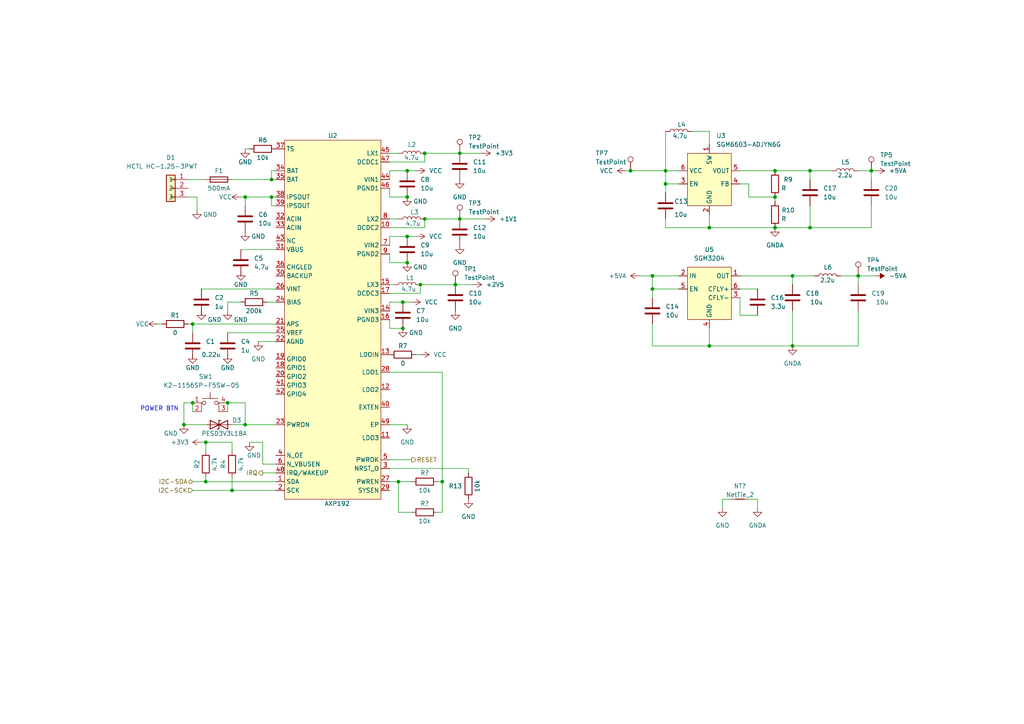
<source format=kicad_sch>
(kicad_sch (version 20211123) (generator eeschema)
  (paper "A4")
  (lib_symbols
    (symbol "Connector:TestPoint" (pin_numbers hide) (pin_names (offset 0.762) hide)
      (property "Reference" "TP" (at 0 6.858 0))
      (property "Value" "TestPoint" (at 0 5.08 0))
      (symbol "TestPoint_0_1"
        (circle (center 0 3.302) (radius 0.762))
      )
      (symbol "TestPoint_1_1"
        (pin passive line (at 0 0 90) (length 2.54) (name "1") (number "1"))
      )
    )
    (symbol "Device:NetTie_2" (pin_numbers hide) (pin_names (offset 0) hide)
      (property "Reference" "NT" (at 0 1.27 0))
      (property "Value" "NetTie_2" (at 0 -1.27 0))
      (symbol "NetTie_2_0_1"
        (polyline (pts (xy -1.27 0) (xy 1.27 0)) (stroke (width 0.254)))
      )
      (symbol "NetTie_2_1_1"
        (pin passive line (at -2.54 0 0) (length 2.54) (name "1") (number "1"))
        (pin passive line (at 2.54 0 180) (length 2.54) (name "2") (number "2"))
      )
    )
    (symbol "power:+1V1" (power) (pin_names (offset 0))
      (property "Value" "+1V1" (at 0 3.556 0))
      (symbol "+1V1_0_1"
        (polyline (pts (xy -0.762 1.27) (xy 0 2.54)))
        (polyline (pts (xy 0 0) (xy 0 2.54)))
        (polyline (pts (xy 0 2.54) (xy 0.762 1.27)))
      )
      (symbol "+1V1_1_1"
        (pin power_in line (at 0 0 90) (length 0) hide (name "+1V1") (number "1"))
      )
    )
    (symbol "power:+2V5" (power) (pin_names (offset 0))
      (property "Value" "+2V5" (at 0 3.556 0))
      (symbol "+2V5_0_1"
        (polyline (pts (xy -0.762 1.27) (xy 0 2.54)))
        (polyline (pts (xy 0 0) (xy 0 2.54)))
        (polyline (pts (xy 0 2.54) (xy 0.762 1.27)))
      )
      (symbol "+2V5_1_1"
        (pin power_in line (at 0 0 90) (length 0) hide (name "+2V5") (number "1"))
      )
    )
    (symbol "power:+3V3" (power) (pin_names (offset 0))
      (property "Value" "+3V3" (at 0 3.556 0))
      (symbol "+3V3_0_1"
        (polyline (pts (xy -0.762 1.27) (xy 0 2.54)))
        (polyline (pts (xy 0 0) (xy 0 2.54)))
        (polyline (pts (xy 0 2.54) (xy 0.762 1.27)))
      )
      (symbol "+3V3_1_1"
        (pin power_in line (at 0 0 90) (length 0) hide (name "+3V3") (number "1"))
      )
    )
    (symbol "power:+5VA" (power) (pin_names (offset 0))
      (property "Value" "+5VA" (at 0 3.556 0))
      (symbol "+5VA_0_1"
        (polyline (pts (xy -0.762 1.27) (xy 0 2.54)))
        (polyline (pts (xy 0 0) (xy 0 2.54)))
        (polyline (pts (xy 0 2.54) (xy 0.762 1.27)))
      )
      (symbol "+5VA_1_1"
        (pin power_in line (at 0 0 90) (length 0) hide (name "+5VA") (number "1"))
      )
    )
    (symbol "power:-5VA" (power) (pin_names (offset 0))
      (property "Value" "-5VA" (at 0 3.81 0))
      (symbol "-5VA_0_0"
        (pin power_in line (at 0 0 90) (length 0) hide (name "-5VA") (number "1"))
      )
      (symbol "-5VA_0_1"
        (polyline (pts (xy 0 0) (xy 0 1.27) (xy 0.762 1.27) (xy 0 2.54) (xy -0.762 1.27) (xy 0 1.27)) (fill (type outline)))
      )
    )
    (symbol "power:GND" (power) (pin_names (offset 0))
      (property "Value" "GND" (at 0 -3.81 0))
      (symbol "GND_0_1"
        (polyline (pts (xy 0 0) (xy 0 -1.27) (xy 1.27 -1.27) (xy 0 -2.54) (xy -1.27 -1.27) (xy 0 -1.27)))
      )
      (symbol "GND_1_1"
        (pin power_in line (at 0 0 270) (length 0) hide (name "GND") (number "1"))
      )
    )
    (symbol "power:GNDA" (power) (pin_names (offset 0))
      (property "Value" "GNDA" (at 0 -3.81 0))
      (symbol "GNDA_0_1"
        (polyline (pts (xy 0 0) (xy 0 -1.27) (xy 1.27 -1.27) (xy 0 -2.54) (xy -1.27 -1.27) (xy 0 -1.27)))
      )
      (symbol "GNDA_1_1"
        (pin power_in line (at 0 0 270) (length 0) hide (name "GNDA") (number "1"))
      )
    )
    (symbol "power:VCC" (power) (pin_names (offset 0))
      (property "Value" "VCC" (at 0 3.81 0))
      (symbol "VCC_0_1"
        (polyline (pts (xy -0.762 1.27) (xy 0 2.54)))
        (polyline (pts (xy 0 0) (xy 0 2.54)))
        (polyline (pts (xy 0 2.54) (xy 0.762 1.27)))
      )
      (symbol "VCC_1_1"
        (pin power_in line (at 0 0 90) (length 0) hide (name "VCC") (number "1"))
      )
    )
    (symbol "rlib_buttons:K2-1156SP-F5SW-05" (pin_names (offset 1.016) hide)
      (property "Reference" "SW" (at 2.54 6.35 0))
      (property "Value" "K2-1156SP-F5SW-05" (at 0 -3.175 0))
      (symbol "K2-1156SP-F5SW-05_0_1"
        (circle (center -1.778 2.54) (radius 0.508))
        (polyline (pts (xy -2.286 3.81) (xy 2.286 3.81)))
        (polyline (pts (xy 0 3.81) (xy 0 5.588)))
        (polyline (pts (xy -2.54 0) (xy -2.54 2.54) (xy -2.286 2.54)))
        (polyline (pts (xy 2.54 0) (xy 2.54 2.54) (xy 2.286 2.54)))
        (circle (center 1.778 2.54) (radius 0.508))
        (pin passive line (at -5.08 2.54 0) (length 2.54) (name "1") (number "1"))
        (pin passive line (at -5.08 0 0) (length 2.54) (name "2") (number "2"))
        (pin passive line (at 5.08 0 180) (length 2.54) (name "K") (number "3"))
        (pin passive line (at 5.08 2.54 180) (length 2.54) (name "A") (number "4"))
      )
    )
    (symbol "rlib_connectors:HCTL HC-1.25-3PWT"
      (property "Reference" "D" (at 0 11.43 0))
      (property "Value" "HCTL HC-1.25-3PWT" (at 0 -6.35 0))
      (symbol "HCTL HC-1.25-3PWT_1_1"
        (rectangle (start -1.27 -2.413) (end 0 -2.667) (stroke (width 0.1524)))
        (rectangle (start -1.27 0.127) (end 0 -0.127) (stroke (width 0.1524)))
        (rectangle (start -1.27 2.667) (end 0 2.413) (stroke (width 0.1524)))
        (rectangle (start -1.27 3.81) (end 1.27 -3.81) (stroke (width 0.254)) (fill (type background)))
        (pin passive line (at -5.08 2.54 0) (length 3.81) (name "1") (number "1"))
        (pin passive line (at -5.08 0 0) (length 3.81) (name "2") (number "2"))
        (pin passive line (at -5.08 -2.54 0) (length 3.81) (name "3") (number "3"))
      )
    )
    (symbol "rlib_passive:C" (pin_numbers hide) (pin_names (offset 0.254))
      (property "Reference" "C" (at 0.635 2.54 0))
      (property "Value" "C" (at 0.635 -2.54 0))
      (symbol "C_0_1"
        (polyline (pts (xy -2.032 -0.762) (xy 2.032 -0.762)) (stroke (width 0.508)))
        (polyline (pts (xy -2.032 0.762) (xy 2.032 0.762)) (stroke (width 0.508)))
      )
      (symbol "C_1_1"
        (pin passive line (at 0 3.81 270) (length 2.794) (name "~") (number "1"))
        (pin passive line (at 0 -3.81 90) (length 2.794) (name "~") (number "2"))
      )
    )
    (symbol "rlib_passive:Fuse" (pin_numbers hide) (pin_names (offset 0))
      (property "Reference" "F" (at 2.032 0 90))
      (property "Value" "Fuse" (at -1.905 0 90))
      (symbol "Fuse_0_1"
        (rectangle (start -0.762 -2.54) (end 0.762 2.54) (stroke (width 0.254)))
        (polyline (pts (xy 0 2.54) (xy 0 -2.54)))
      )
      (symbol "Fuse_1_1"
        (pin passive line (at 0 3.81 270) (length 1.27) (name "~") (number "1"))
        (pin passive line (at 0 -3.81 90) (length 1.27) (name "~") (number "2"))
      )
    )
    (symbol "rlib_passive:L" (pin_numbers hide) (pin_names (offset 1.016) hide)
      (property "Reference" "L" (at -1.27 0 90))
      (property "Value" "L" (at 1.905 0 90))
      (symbol "L_0_1"
        (arc (start 0 -2.54) (mid 0.635 -1.905) (end 0 -1.27))
        (arc (start 0 -1.27) (mid 0.635 -0.635) (end 0 0))
        (arc (start 0 0) (mid 0.635 0.635) (end 0 1.27))
        (arc (start 0 1.27) (mid 0.635 1.905) (end 0 2.54))
      )
      (symbol "L_1_1"
        (pin passive line (at 0 3.81 270) (length 1.27) (name "1") (number "1"))
        (pin passive line (at 0 -3.81 90) (length 1.27) (name "2") (number "2"))
      )
    )
    (symbol "rlib_passive:PESD3V3L1BA" (pin_numbers hide) (pin_names (offset 1.016) hide)
      (property "Reference" "D" (at 0 2.54 0))
      (property "Value" "PESD3V3L1BA" (at 0 -2.54 0))
      (symbol "PESD3V3L1BA_0_1"
        (polyline (pts (xy 1.27 0) (xy -1.27 0)))
        (polyline (pts (xy 0.508 1.27) (xy 0 1.27) (xy 0 -1.27) (xy -0.508 -1.27)) (stroke (width 0.254)))
        (polyline (pts (xy -2.54 1.27) (xy -2.54 -1.27) (xy 2.54 1.27) (xy 2.54 -1.27) (xy -2.54 1.27)) (stroke (width 0.254)))
      )
      (symbol "PESD3V3L1BA_1_1"
        (pin passive line (at -3.81 0 0) (length 2.54) (name "A1") (number "1"))
        (pin passive line (at 3.81 0 180) (length 2.54) (name "A2") (number "2"))
      )
    )
    (symbol "rlib_passive:R" (pin_numbers hide) (pin_names (offset 0))
      (property "Reference" "R" (at 2.032 0 90))
      (property "Value" "R" (at 0 0 90))
      (symbol "R_0_1"
        (rectangle (start -1.016 -2.54) (end 1.016 2.54) (stroke (width 0.254)))
      )
      (symbol "R_1_1"
        (pin passive line (at 0 3.81 270) (length 1.27) (name "~") (number "1"))
        (pin passive line (at 0 -3.81 90) (length 1.27) (name "~") (number "2"))
      )
    )
    (symbol "rlib_power:AXP192"
      (property "Reference" "U" (at 0 6.35 0))
      (property "Value" "AXP192" (at 0 -102.87 0))
      (symbol "AXP192_0_0"
        (pin input line (at -16.51 -93.98 0) (length 2.54) (name "SDA") (number "1"))
        (pin input line (at 16.51 -20.32 180) (length 2.54) (name "DCDC2") (number "10"))
        (pin power_out line (at 16.51 -81.28 180) (length 2.54) (name "LDO3") (number "11"))
        (pin power_out line (at 16.51 -67.31 180) (length 2.54) (name "LDO2") (number "12"))
        (pin power_in line (at 16.51 -57.15 180) (length 2.54) (name "LDOIN") (number "13"))
        (pin power_in line (at 16.51 -44.45 180) (length 2.54) (name "VIN3") (number "14"))
        (pin bidirectional line (at 16.51 -36.83 180) (length 2.54) (name "LX3") (number "15"))
        (pin bidirectional line (at 16.51 -46.99 180) (length 2.54) (name "PGND3") (number "16"))
        (pin power_in line (at 16.51 -39.37 180) (length 2.54) (name "DCDC3") (number "17"))
        (pin bidirectional line (at -16.51 -60.96 0) (length 2.54) (name "GPIO1") (number "18"))
        (pin bidirectional line (at -16.51 -58.42 0) (length 2.54) (name "GPIO0") (number "19"))
        (pin input line (at -16.51 -96.52 0) (length 2.54) (name "SCK") (number "2"))
        (pin bidirectional line (at -16.51 -63.5 0) (length 2.54) (name "GPIO2") (number "20"))
        (pin power_in line (at -16.51 -48.26 0) (length 2.54) (name "APS") (number "21"))
        (pin power_in line (at -16.51 -53.34 0) (length 2.54) (name "AGND") (number "22"))
        (pin input line (at -16.51 -77.47 0) (length 2.54) (name "PWRON") (number "23"))
        (pin input line (at -16.51 -41.91 0) (length 2.54) (name "BIAS") (number "24"))
        (pin input line (at -16.51 -50.8 0) (length 2.54) (name "VREF") (number "25"))
        (pin power_in line (at -16.51 -38.1 0) (length 2.54) (name "VINT") (number "26"))
        (pin input line (at 16.51 -93.98 180) (length 2.54) (name "PWREN") (number "27"))
        (pin power_out line (at 16.51 -62.23 180) (length 2.54) (name "LDO1") (number "28"))
        (pin input line (at 16.51 -96.52 180) (length 2.54) (name "SYSEN") (number "29"))
        (pin output line (at 16.51 -90.17 180) (length 2.54) (name "NRST_O") (number "3"))
        (pin bidirectional line (at -16.51 -34.29 0) (length 2.54) (name "BACKUP") (number "30"))
        (pin power_in line (at -16.51 -26.67 0) (length 2.54) (name "VBUS") (number "31"))
        (pin power_in line (at -16.51 -17.78 0) (length 2.54) (name "ACIN") (number "32"))
        (pin power_in line (at -16.51 -20.32 0) (length 2.54) (name "ACIN") (number "33"))
        (pin power_in line (at -16.51 -3.81 0) (length 2.54) (name "BAT") (number "34"))
        (pin power_in line (at -16.51 -6.35 0) (length 2.54) (name "BAT") (number "35"))
        (pin bidirectional line (at -16.51 -31.75 0) (length 2.54) (name "CHGLED") (number "36"))
        (pin bidirectional line (at -16.51 2.54 0) (length 2.54) (name "TS") (number "37"))
        (pin bidirectional line (at -16.51 -11.43 0) (length 2.54) (name "IPSOUT") (number "38"))
        (pin bidirectional line (at -16.51 -13.97 0) (length 2.54) (name "IPSOUT") (number "39"))
        (pin input line (at -16.51 -86.36 0) (length 2.54) (name "N_OE") (number "4"))
        (pin input line (at 16.51 -72.39 180) (length 2.54) (name "EXTEN") (number "40"))
        (pin bidirectional line (at -16.51 -66.04 0) (length 2.54) (name "GPIO3") (number "41"))
        (pin input line (at -16.51 -68.58 0) (length 2.54) (name "GPIO4") (number "42"))
        (pin output line (at -16.51 -24.13 0) (length 2.54) (name "NC") (number "43"))
        (pin power_in line (at 16.51 -6.35 180) (length 2.54) (name "VIN1") (number "44"))
        (pin output line (at 16.51 1.27 180) (length 2.54) (name "LX1") (number "45"))
        (pin power_in line (at 16.51 -8.89 180) (length 2.54) (name "PGND1") (number "46"))
        (pin input line (at 16.51 -1.27 180) (length 2.54) (name "DCDC1") (number "47"))
        (pin bidirectional line (at -16.51 -91.44 0) (length 2.54) (name "IRQ/WAKEUP") (number "48"))
        (pin power_in line (at 16.51 -77.47 180) (length 2.54) (name "EP") (number "49"))
        (pin output line (at 16.51 -87.63 180) (length 2.54) (name "PWROK") (number "5"))
        (pin input line (at -16.51 -88.9 0) (length 2.54) (name "N_VBUSEN") (number "6"))
        (pin power_in line (at 16.51 -25.4 180) (length 2.54) (name "VIN2") (number "7"))
        (pin bidirectional line (at 16.51 -17.78 180) (length 2.54) (name "LX2") (number "8"))
        (pin power_in line (at 16.51 -27.94 180) (length 2.54) (name "PGND2") (number "9"))
      )
      (symbol "AXP192_0_1"
        (rectangle (start -13.97 5.08) (end 13.97 -99.06) (fill (type background)))
      )
    )
    (symbol "rlib_power:SGM3204"
      (property "Reference" "U" (at 0 8.89 0))
      (property "Value" "SGM3204" (at 6.35 -8.89 0))
      (symbol "SGM3204_0_0"
        (pin power_out line (at 8.89 5.08 180) (length 2.54) (name "OUT") (number "1"))
        (pin power_in line (at -8.89 5.08 0) (length 2.54) (name "IN") (number "2"))
        (pin output line (at 8.89 -1.27 180) (length 2.54) (name "CFLY-") (number "3"))
        (pin power_in line (at 0 -10.16 90) (length 2.54) (name "GND") (number "4"))
        (pin input line (at -8.89 1.27 0) (length 2.54) (name "EN") (number "5"))
        (pin input line (at 8.89 1.27 180) (length 2.54) (name "CFLY+") (number "6"))
      )
      (symbol "SGM3204_0_1"
        (rectangle (start -6.35 7.62) (end 6.35 -7.62) (fill (type background)))
      )
    )
    (symbol "rlib_power:SGM6603-ADJYN6G"
      (property "Reference" "U" (at 2.54 6.35 0))
      (property "Value" "SGM6603-ADJYN6G" (at 11.43 -11.43 0))
      (symbol "SGM6603-ADJYN6G_0_0"
        (pin input line (at 0 7.62 270) (length 2.54) (name "SW") (number "1"))
        (pin power_in line (at 0 -12.7 90) (length 2.54) (name "GND") (number "2"))
        (pin input line (at -8.89 -3.81 0) (length 2.54) (name "EN") (number "3"))
        (pin input line (at 8.89 -3.81 180) (length 2.54) (name "FB") (number "4"))
        (pin power_out line (at 8.89 0 180) (length 2.54) (name "VOUT") (number "5"))
        (pin power_in line (at -8.89 0 0) (length 2.54) (name "VCC") (number "6"))
      )
      (symbol "SGM6603-ADJYN6G_0_1"
        (rectangle (start -6.35 5.08) (end 6.35 -10.16) (fill (type background)))
      )
    )
  )
  (junction (at 116.84 95.25))
  (junction (at 78.74 57.15))
  (junction (at 78.74 52.07))
  (junction (at 118.11 49.53))
  (junction (at 121.92 82.55))
  (junction (at 224.79 66.04))
  (junction (at 205.74 100.33))
  (junction (at 234.95 49.53))
  (junction (at 123.19 44.45))
  (junction (at 193.04 53.34))
  (junction (at 248.92 80.01))
  (junction (at 67.31 142.24))
  (junction (at 118.11 57.15))
  (junction (at 66.04 116.84))
  (junction (at 229.87 80.01))
  (junction (at 55.88 93.98))
  (junction (at 234.95 66.04))
  (junction (at 182.88 49.53))
  (junction (at 193.04 49.53))
  (junction (at 229.87 100.33))
  (junction (at 118.11 68.58))
  (junction (at 189.23 83.82))
  (junction (at 224.79 49.53))
  (junction (at 55.88 116.84))
  (junction (at 71.12 57.15))
  (junction (at 189.23 80.01))
  (junction (at 205.74 66.04))
  (junction (at 115.57 139.7))
  (junction (at 71.12 123.19))
  (junction (at 128.27 139.7))
  (junction (at 59.69 128.27))
  (junction (at 123.19 63.5))
  (junction (at 59.69 139.7))
  (junction (at 116.84 87.63))
  (junction (at 132.08 82.55))
  (junction (at 133.35 44.45))
  (junction (at 53.34 123.19))
  (junction (at 252.73 49.53))
  (junction (at 118.11 76.2))
  (junction (at 224.79 57.15))
  (junction (at 133.35 63.5))
  (wire (pts (xy 71.12 57.15) (xy 71.12 59.69)))
  (wire (pts (xy 133.35 44.45) (xy 139.7 44.45)))
  (wire (pts (xy 120.65 102.87) (xy 121.92 102.87)))
  (wire (pts (xy 205.74 100.33) (xy 205.74 95.25)))
  (wire (pts (xy 189.23 93.98) (xy 189.23 100.33)))
  (wire (pts (xy 252.73 59.69) (xy 252.73 66.04)))
  (wire (pts (xy 66.04 116.84) (xy 66.04 119.38)))
  (wire (pts (xy 217.17 57.15) (xy 224.79 57.15)))
  (wire (pts (xy 113.03 73.66) (xy 113.03 76.2)))
  (wire (pts (xy 127 139.7) (xy 128.27 139.7)))
  (wire (pts (xy 53.34 116.84) (xy 55.88 116.84)))
  (wire (pts (xy 55.88 116.84) (xy 55.88 119.38)))
  (wire (pts (xy 78.74 57.15) (xy 80.01 57.15)))
  (wire (pts (xy 252.73 49.53) (xy 252.73 52.07)))
  (wire (pts (xy 59.69 128.27) (xy 67.31 128.27)))
  (wire (pts (xy 54.61 93.98) (xy 55.88 93.98)))
  (wire (pts (xy 205.74 41.91) (xy 205.74 38.1)))
  (wire (pts (xy 76.2 137.16) (xy 80.01 137.16)))
  (wire (pts (xy 214.63 53.34) (xy 217.17 53.34)))
  (wire (pts (xy 55.88 102.87) (xy 55.88 104.14)))
  (wire (pts (xy 123.19 44.45) (xy 133.35 44.45)))
  (wire (pts (xy 248.92 90.17) (xy 248.92 100.33)))
  (wire (pts (xy 113.03 66.04) (xy 123.19 66.04)))
  (wire (pts (xy 123.19 63.5) (xy 133.35 63.5)))
  (wire (pts (xy 54.61 57.15) (xy 57.15 57.15)))
  (wire (pts (xy 80.01 59.69) (xy 78.74 59.69)))
  (wire (pts (xy 113.03 133.35) (xy 119.38 133.35)))
  (wire (pts (xy 57.15 57.15) (xy 57.15 60.96)))
  (wire (pts (xy 214.63 83.82) (xy 219.71 83.82)))
  (wire (pts (xy 58.42 128.27) (xy 59.69 128.27)))
  (wire (pts (xy 121.92 82.55) (xy 121.92 85.09)))
  (wire (pts (xy 214.63 80.01) (xy 229.87 80.01)))
  (wire (pts (xy 189.23 83.82) (xy 189.23 86.36)))
  (wire (pts (xy 118.11 49.53) (xy 113.03 49.53)))
  (wire (pts (xy 115.57 139.7) (xy 119.38 139.7)))
  (wire (pts (xy 248.92 49.53) (xy 252.73 49.53)))
  (wire (pts (xy 113.03 123.19) (xy 118.11 123.19)))
  (wire (pts (xy 181.61 49.53) (xy 182.88 49.53)))
  (wire (pts (xy 205.74 38.1) (xy 200.66 38.1)))
  (wire (pts (xy 80.01 72.39) (xy 69.85 72.39)))
  (wire (pts (xy 78.74 59.69) (xy 78.74 57.15)))
  (wire (pts (xy 214.63 49.53) (xy 224.79 49.53)))
  (wire (pts (xy 113.03 76.2) (xy 118.11 76.2)))
  (wire (pts (xy 193.04 53.34) (xy 193.04 49.53)))
  (wire (pts (xy 234.95 49.53) (xy 234.95 52.07)))
  (wire (pts (xy 248.92 80.01) (xy 248.92 82.55)))
  (wire (pts (xy 135.89 135.89) (xy 135.89 137.16)))
  (wire (pts (xy 55.88 142.24) (xy 67.31 142.24)))
  (wire (pts (xy 214.63 86.36) (xy 214.63 91.44)))
  (wire (pts (xy 189.23 83.82) (xy 196.85 83.82)))
  (wire (pts (xy 182.88 49.53) (xy 193.04 49.53)))
  (wire (pts (xy 113.03 135.89) (xy 135.89 135.89)))
  (wire (pts (xy 229.87 90.17) (xy 229.87 100.33)))
  (wire (pts (xy 113.03 95.25) (xy 116.84 95.25)))
  (wire (pts (xy 193.04 66.04) (xy 205.74 66.04)))
  (wire (pts (xy 58.42 83.82) (xy 80.01 83.82)))
  (wire (pts (xy 55.88 93.98) (xy 80.01 93.98)))
  (wire (pts (xy 185.42 80.01) (xy 189.23 80.01)))
  (wire (pts (xy 116.84 87.63) (xy 119.38 87.63)))
  (wire (pts (xy 189.23 80.01) (xy 189.23 83.82)))
  (wire (pts (xy 196.85 53.34) (xy 193.04 53.34)))
  (wire (pts (xy 119.38 148.59) (xy 115.57 148.59)))
  (wire (pts (xy 74.93 99.06) (xy 80.01 99.06)))
  (wire (pts (xy 118.11 49.53) (xy 120.65 49.53)))
  (wire (pts (xy 123.19 44.45) (xy 123.19 46.99)))
  (wire (pts (xy 189.23 100.33) (xy 205.74 100.33)))
  (wire (pts (xy 193.04 63.5) (xy 193.04 66.04)))
  (wire (pts (xy 113.03 63.5) (xy 115.57 63.5)))
  (wire (pts (xy 121.92 82.55) (xy 132.08 82.55)))
  (wire (pts (xy 205.74 66.04) (xy 224.79 66.04)))
  (wire (pts (xy 193.04 53.34) (xy 193.04 55.88)))
  (wire (pts (xy 128.27 148.59) (xy 128.27 139.7)))
  (wire (pts (xy 66.04 90.17) (xy 66.04 87.63)))
  (wire (pts (xy 113.03 44.45) (xy 115.57 44.45)))
  (wire (pts (xy 113.03 139.7) (xy 115.57 139.7)))
  (wire (pts (xy 67.31 128.27) (xy 67.31 130.81)))
  (wire (pts (xy 219.71 144.78) (xy 219.71 147.32)))
  (wire (pts (xy 113.03 82.55) (xy 114.3 82.55)))
  (wire (pts (xy 128.27 107.95) (xy 128.27 139.7)))
  (wire (pts (xy 209.55 144.78) (xy 212.09 144.78)))
  (wire (pts (xy 113.03 54.61) (xy 113.03 57.15)))
  (wire (pts (xy 66.04 102.87) (xy 66.04 104.14)))
  (wire (pts (xy 214.63 91.44) (xy 219.71 91.44)))
  (wire (pts (xy 254 49.53) (xy 252.73 49.53)))
  (wire (pts (xy 127 148.59) (xy 128.27 148.59)))
  (wire (pts (xy 67.31 52.07) (xy 78.74 52.07)))
  (wire (pts (xy 113.03 57.15) (xy 118.11 57.15)))
  (wire (pts (xy 78.74 49.53) (xy 80.01 49.53)))
  (wire (pts (xy 113.03 90.17) (xy 113.03 87.63)))
  (wire (pts (xy 69.85 57.15) (xy 71.12 57.15)))
  (wire (pts (xy 80.01 52.07) (xy 78.74 52.07)))
  (wire (pts (xy 59.69 123.19) (xy 53.34 123.19)))
  (wire (pts (xy 115.57 139.7) (xy 115.57 148.59)))
  (wire (pts (xy 113.03 49.53) (xy 113.03 52.07)))
  (wire (pts (xy 248.92 100.33) (xy 229.87 100.33)))
  (wire (pts (xy 248.92 80.01) (xy 254 80.01)))
  (wire (pts (xy 55.88 139.7) (xy 59.69 139.7)))
  (wire (pts (xy 123.19 46.99) (xy 113.03 46.99)))
  (wire (pts (xy 205.74 62.23) (xy 205.74 66.04)))
  (wire (pts (xy 133.35 63.5) (xy 140.97 63.5)))
  (wire (pts (xy 66.04 96.52) (xy 80.01 96.52)))
  (wire (pts (xy 113.03 87.63) (xy 116.84 87.63)))
  (wire (pts (xy 45.72 93.98) (xy 46.99 93.98)))
  (wire (pts (xy 252.73 66.04) (xy 234.95 66.04)))
  (wire (pts (xy 217.17 144.78) (xy 219.71 144.78)))
  (wire (pts (xy 234.95 49.53) (xy 241.3 49.53)))
  (wire (pts (xy 123.19 63.5) (xy 123.19 66.04)))
  (wire (pts (xy 78.74 52.07) (xy 78.74 49.53)))
  (wire (pts (xy 193.04 49.53) (xy 196.85 49.53)))
  (wire (pts (xy 229.87 80.01) (xy 236.22 80.01)))
  (wire (pts (xy 224.79 57.15) (xy 224.79 58.42)))
  (wire (pts (xy 209.55 147.32) (xy 209.55 144.78)))
  (wire (pts (xy 77.47 87.63) (xy 80.01 87.63)))
  (wire (pts (xy 243.84 80.01) (xy 248.92 80.01)))
  (wire (pts (xy 234.95 49.53) (xy 224.79 49.53)))
  (wire (pts (xy 54.61 52.07) (xy 59.69 52.07)))
  (wire (pts (xy 53.34 123.19) (xy 53.34 116.84)))
  (wire (pts (xy 189.23 80.01) (xy 196.85 80.01)))
  (wire (pts (xy 205.74 100.33) (xy 229.87 100.33)))
  (wire (pts (xy 72.39 128.27) (xy 76.2 128.27)))
  (wire (pts (xy 67.31 123.19) (xy 71.12 123.19)))
  (wire (pts (xy 72.39 43.18) (xy 71.12 43.18)))
  (wire (pts (xy 113.03 68.58) (xy 118.11 68.58)))
  (wire (pts (xy 71.12 123.19) (xy 80.01 123.19)))
  (wire (pts (xy 113.03 92.71) (xy 113.03 95.25)))
  (wire (pts (xy 76.2 134.62) (xy 76.2 128.27)))
  (wire (pts (xy 55.88 96.52) (xy 55.88 93.98)))
  (wire (pts (xy 59.69 130.81) (xy 59.69 128.27)))
  (wire (pts (xy 229.87 80.01) (xy 229.87 82.55)))
  (wire (pts (xy 113.03 71.12) (xy 113.03 68.58)))
  (wire (pts (xy 71.12 116.84) (xy 71.12 123.19)))
  (wire (pts (xy 234.95 59.69) (xy 234.95 66.04)))
  (wire (pts (xy 67.31 142.24) (xy 80.01 142.24)))
  (wire (pts (xy 69.85 78.74) (xy 69.85 80.01)))
  (wire (pts (xy 80.01 134.62) (xy 76.2 134.62)))
  (wire (pts (xy 59.69 138.43) (xy 59.69 139.7)))
  (wire (pts (xy 66.04 87.63) (xy 69.85 87.63)))
  (wire (pts (xy 113.03 85.09) (xy 121.92 85.09)))
  (wire (pts (xy 217.17 53.34) (xy 217.17 57.15)))
  (wire (pts (xy 113.03 107.95) (xy 128.27 107.95)))
  (wire (pts (xy 132.08 82.55) (xy 137.16 82.55)))
  (wire (pts (xy 66.04 116.84) (xy 71.12 116.84)))
  (wire (pts (xy 58.42 90.17) (xy 58.42 91.44)))
  (wire (pts (xy 59.69 139.7) (xy 80.01 139.7)))
  (wire (pts (xy 234.95 66.04) (xy 224.79 66.04)))
  (wire (pts (xy 71.12 57.15) (xy 78.74 57.15)))
  (wire (pts (xy 67.31 138.43) (xy 67.31 142.24)))
  (wire (pts (xy 118.11 68.58) (xy 120.65 68.58)))
  (wire (pts (xy 193.04 38.1) (xy 193.04 49.53)))
  (text "POWER BTN" (at 40.64 119.38 0) (effects (font (size 1.27 1.27)) (justify left bottom)))
  (hierarchical_label "IRQ" (shape output) (at 76.2 137.16 180))
  (hierarchical_label "I2C-SCK" (shape input) (at 55.88 142.24 180))
  (hierarchical_label "I2C-SDA" (shape bidirectional) (at 55.88 139.7 180))
  (hierarchical_label "RESET" (shape output) (at 119.38 133.35 0))
  (symbol (lib_id "rlib_passive:R") (at 59.69 134.62 180) (unit 1)
    (property "Reference" "R2" (at 57.15 134.62 90))
    (property "Value" "4.7k" (at 62.23 134.62 90))
  )
  (symbol (lib_id "power:GND") (at 209.55 147.32 0) (unit 1)
    (property "Reference" "#PWR?" (effects hide))
    (property "Value" "GND" (at 209.55 152.4 0))
  )
  (symbol (lib_id "Connector:TestPoint") (at 133.35 44.45 0) (unit 1)
    (property "Reference" "TP2" (at 135.89 39.8779 0) (effects (justify left)))
    (property "Value" "TestPoint" (at 135.89 42.4179 0) (effects (justify left)))
  )
  (symbol (lib_id "rlib_passive:C") (at 234.95 55.88 0) (unit 1)
    (property "Reference" "C17" (at 238.76 54.6099 0) (effects (justify left)))
    (property "Value" "10u" (at 238.76 57.1499 0) (effects (justify left)))
  )
  (symbol (lib_id "power:GND") (at 55.88 102.87 0) (unit 1)
    (property "Reference" "#PWR0143" (effects hide))
    (property "Value" "GND" (at 55.88 106.68 0))
  )
  (symbol (lib_id "rlib_passive:R") (at 76.2 43.18 90) (unit 1)
    (property "Reference" "R6" (at 76.2 40.64 90))
    (property "Value" "10k" (at 76.2 45.72 90))
  )
  (symbol (lib_id "power:GND") (at 133.35 52.07 0) (unit 1)
    (property "Reference" "#PWR0119" (effects hide))
    (property "Value" "GND" (at 133.35 57.15 0))
  )
  (symbol (lib_id "power:GND") (at 135.89 144.78 0) (unit 1)
    (property "Reference" "#PWR0175" (effects hide))
    (property "Value" "GND" (at 135.89 149.86 0))
  )
  (symbol (lib_id "power:GNDA") (at 229.87 100.33 0) (unit 1)
    (property "Reference" "#PWR?" (effects hide))
    (property "Value" "GNDA" (at 229.87 105.41 0))
  )
  (symbol (lib_id "rlib_passive:L") (at 119.38 63.5 90) (unit 1)
    (property "Reference" "L3" (at 120.2324 61.5422 90))
    (property "Value" "4.7u" (at 119.7951 64.8215 90))
    (property "Footprint" "rlib_passive:IND_LQH32PN4R7NN0L" (effects hide))
  )
  (symbol (lib_id "power:GND") (at 133.35 71.12 0) (unit 1)
    (property "Reference" "#PWR0120" (effects hide))
    (property "Value" "GND" (at 133.35 76.2 0))
  )
  (symbol (lib_id "rlib_passive:L") (at 196.85 38.1 90) (unit 1)
    (property "Reference" "L4" (at 197.7024 36.1422 90))
    (property "Value" "4.7u" (at 197.2651 39.4215 90))
    (property "Footprint" "rlib_passive:IND_LQH32PN4R7NN0L" (effects hide))
  )
  (symbol (lib_id "power:GND") (at 57.15 60.96 0) (unit 1)
    (property "Reference" "#PWR01" (effects hide))
    (property "Value" "GND" (at 60.96 62.23 0))
  )
  (symbol (lib_id "rlib_passive:L") (at 240.03 80.01 90) (unit 1)
    (property "Reference" "L6" (at 240.1172 77.5351 90))
    (property "Value" "2.2u" (at 240.03 81.28 90))
    (property "Footprint" "rlib_passive:IND_LQH32PN4R7NN0L" (effects hide))
  )
  (symbol (lib_id "power:GND") (at 69.85 78.74 0) (unit 1)
    (property "Reference" "#PWR0126" (effects hide))
    (property "Value" "GND" (at 69.85 82.55 0))
  )
  (symbol (lib_id "power:VCC") (at 69.85 57.15 90) (unit 1)
    (property "Reference" "#PWR0114" (effects hide))
    (property "Value" "VCC" (at 63.5 57.15 90) (effects (justify right)))
  )
  (symbol (lib_id "rlib_passive:PESD3V3L1BA") (at 63.5 123.19 180) (unit 1)
    (property "Reference" "D3" (at 67.31 121.92 0) (effects (justify right)))
    (property "Value" "PESD3V3L1BA" (at 58.42 125.73 0) (effects (justify right)))
    (property "Footprint" "rlib_passive:D_SOD-323F" (effects hide))
    (property "Datasheet" "${RLIB}/passive/datasheets/PESD3V3L1BA.pdf" (effects hide))
  )
  (symbol (lib_id "rlib_passive:L") (at 119.38 44.45 90) (unit 1)
    (property "Reference" "L2" (at 119.4672 41.9751 90))
    (property "Value" "4.7u" (at 119.38 45.72 90))
    (property "Footprint" "rlib_passive:IND_LQH32PN4R7NN0L" (effects hide))
  )
  (symbol (lib_id "power:GND") (at 118.11 76.2 0) (unit 1)
    (property "Reference" "#PWR0118" (effects hide))
    (property "Value" "GND" (at 121.92 77.47 0))
  )
  (symbol (lib_id "power:VCC") (at 120.65 49.53 270) (unit 1)
    (property "Reference" "#PWR0105" (effects hide))
    (property "Value" "VCC" (at 124.46 49.5299 90) (effects (justify left)))
  )
  (symbol (lib_id "rlib_buttons:K2-1156SP-F5SW-05") (at 60.96 119.38 0) (unit 1)
    (property "Reference" "SW1" (at 59.69 109.22 0))
    (property "Value" "K2-1156SP-F5SW-05" (at 58.42 111.76 0))
    (property "Footprint" "rlib_buttons:K2-1156SP-F5SW-05" (effects hide))
  )
  (symbol (lib_id "rlib_connectors:HCTL HC-1.25-3PWT") (at 49.53 54.61 0) (mirror y) (unit 1)
    (property "Reference" "D1" (at 49.53 45.72 0))
    (property "Value" "HCTL HC-1.25-3PWT" (at 46.99 48.26 0))
    (property "Footprint" "rlib_connectors:CONN-SMD_HC-1.25-3PWT" (effects hide))
  )
  (symbol (lib_id "Connector:TestPoint") (at 182.88 49.53 0) (unit 1)
    (property "Reference" "TP7" (at 172.72 44.45 0) (effects (justify left)))
    (property "Value" "TestPoint" (at 172.72 46.99 0) (effects (justify left)))
  )
  (symbol (lib_id "power:GND") (at 53.34 123.19 0) (unit 1)
    (property "Reference" "#PWR0150" (effects hide))
    (property "Value" "GND" (at 49.53 125.73 0))
  )
  (symbol (lib_id "rlib_power:SGM3204") (at 205.74 85.09 0) (unit 1)
    (property "Reference" "U5" (at 205.74 72.39 0))
    (property "Value" "SGM3204" (at 205.74 74.93 0))
    (property "Footprint" "rlib_power:SOT-23-6" (effects hide))
    (property "Datasheet" "${RLIB}/power/datasheets/SGM3204.pdf" (effects hide))
  )
  (symbol (lib_id "power:+2V5") (at 137.16 82.55 270) (unit 1)
    (property "Reference" "#PWR0108" (effects hide))
    (property "Value" "+2V5" (at 140.97 82.5499 90) (effects (justify left)))
  )
  (symbol (lib_id "rlib_passive:C") (at 66.04 100.33 0) (unit 1)
    (property "Reference" "C4" (at 69.85 99.0599 0) (effects (justify left)))
    (property "Value" "1u" (at 69.85 101.5999 0) (effects (justify left)))
  )
  (symbol (lib_id "rlib_passive:C") (at 252.73 55.88 0) (unit 1)
    (property "Reference" "C20" (at 256.54 54.6099 0) (effects (justify left)))
    (property "Value" "10u" (at 256.54 57.1499 0) (effects (justify left)))
  )
  (symbol (lib_id "rlib_power:SGM6603-ADJYN6G") (at 205.74 49.53 0) (unit 1)
    (property "Reference" "U3" (at 207.7594 39.37 0) (effects (justify left)))
    (property "Value" "SGM6603-ADJYN6G" (at 207.7594 41.91 0) (effects (justify left)))
    (property "Footprint" "rlib_power:SOT-23-6" (effects hide))
    (property "Datasheet" "${RLIB}/power/datasheets/SGM6603.pdf" (effects hide))
  )
  (symbol (lib_id "power:GNDA") (at 219.71 147.32 0) (unit 1)
    (property "Reference" "#PWR?" (effects hide))
    (property "Value" "GNDA" (at 219.71 152.4 0))
  )
  (symbol (lib_id "power:GND") (at 58.42 90.17 0) (unit 1)
    (property "Reference" "#PWR0145" (effects hide))
    (property "Value" "GND" (at 62.23 92.71 0))
  )
  (symbol (lib_id "rlib_passive:C") (at 133.35 67.31 0) (unit 1)
    (property "Reference" "C12" (at 137.16 66.0399 0) (effects (justify left)))
    (property "Value" "10u" (at 137.16 68.5799 0) (effects (justify left)))
  )
  (symbol (lib_id "Connector:TestPoint") (at 132.08 82.55 0) (unit 1)
    (property "Reference" "TP1" (at 134.62 77.9779 0) (effects (justify left)))
    (property "Value" "TestPoint" (at 134.62 80.5179 0) (effects (justify left)))
  )
  (symbol (lib_id "rlib_passive:R") (at 116.84 102.87 90) (unit 1)
    (property "Reference" "R7" (at 116.84 100.33 90))
    (property "Value" "0" (at 116.84 105.41 90))
  )
  (symbol (lib_id "power:VCC") (at 120.65 68.58 270) (unit 1)
    (property "Reference" "#PWR0104" (effects hide))
    (property "Value" "VCC" (at 124.46 68.5799 90) (effects (justify left)))
  )
  (symbol (lib_id "power:+3V3") (at 58.42 128.27 90) (unit 1)
    (property "Reference" "#PWR0147" (effects hide))
    (property "Value" "+3V3" (at 49.53 128.27 90) (effects (justify right)))
  )
  (symbol (lib_id "power:+1V1") (at 140.97 63.5 270) (unit 1)
    (property "Reference" "#PWR0109" (effects hide))
    (property "Value" "+1V1" (at 144.78 63.4999 90) (effects (justify left)))
  )
  (symbol (lib_id "rlib_passive:C") (at 133.35 48.26 0) (unit 1)
    (property "Reference" "C11" (at 137.16 46.9899 0) (effects (justify left)))
    (property "Value" "10u" (at 137.16 49.5299 0) (effects (justify left)))
  )
  (symbol (lib_id "power:+5VA") (at 254 49.53 270) (unit 1)
    (property "Reference" "#PWR0102" (effects hide))
    (property "Value" "+5VA" (at 257.81 49.5299 90) (effects (justify left)))
  )
  (symbol (lib_id "rlib_passive:L") (at 245.11 49.53 90) (unit 1)
    (property "Reference" "L5" (at 245.1972 47.0551 90))
    (property "Value" "2.2u" (at 245.11 50.8 90))
    (property "Footprint" "rlib_passive:IND_LQH32PN4R7NN0L" (effects hide))
  )
  (symbol (lib_id "rlib_passive:C") (at 118.11 53.34 0) (unit 1)
    (property "Reference" "C8" (at 121.92 52.0699 0) (effects (justify left)))
    (property "Value" "10u" (at 121.92 54.6099 0) (effects (justify left)))
    (property "Footprint" "rlib_passive:T491A106K010AT" (effects hide))
  )
  (symbol (lib_id "power:GND") (at 132.08 90.17 0) (unit 1)
    (property "Reference" "#PWR0117" (effects hide))
    (property "Value" "GND" (at 132.08 95.25 0))
  )
  (symbol (lib_id "power:GNDA") (at 224.79 66.04 0) (unit 1)
    (property "Reference" "#PWR?" (effects hide))
    (property "Value" "GNDA" (at 224.79 71.12 0))
  )
  (symbol (lib_id "rlib_passive:C") (at 71.12 63.5 0) (unit 1)
    (property "Reference" "C6" (at 74.93 62.2299 0) (effects (justify left)))
    (property "Value" "10u" (at 74.93 64.7699 0) (effects (justify left)))
  )
  (symbol (lib_id "rlib_passive:C") (at 189.23 90.17 0) (unit 1)
    (property "Reference" "C14" (at 193.04 88.8999 0) (effects (justify left)))
    (property "Value" "10u" (at 193.04 91.4399 0) (effects (justify left)))
  )
  (symbol (lib_id "power:VCC") (at 181.61 49.53 90) (mirror x) (unit 1)
    (property "Reference" "#PWR0103" (effects hide))
    (property "Value" "VCC" (at 173.99 49.53 90) (effects (justify right)))
  )
  (symbol (lib_id "power:GND") (at 118.11 123.19 0) (unit 1)
    (property "Reference" "#PWR0121" (effects hide))
    (property "Value" "GND" (at 118.11 128.27 0))
  )
  (symbol (lib_id "rlib_passive:C") (at 229.87 86.36 0) (unit 1)
    (property "Reference" "C18" (at 233.68 85.09 0) (effects (justify left)))
    (property "Value" "10u" (at 234.95 87.63 0) (effects (justify left)))
  )
  (symbol (lib_id "rlib_passive:C") (at 132.08 86.36 0) (unit 1)
    (property "Reference" "C10" (at 135.89 85.0899 0) (effects (justify left)))
    (property "Value" "10u" (at 135.89 87.6299 0) (effects (justify left)))
  )
  (symbol (lib_id "rlib_passive:C") (at 193.04 59.69 0) (unit 1)
    (property "Reference" "C13" (at 195.58 58.42 0) (effects (justify left)))
    (property "Value" "10u" (at 195.58 62.23 0) (effects (justify left)))
  )
  (symbol (lib_id "Connector:TestPoint") (at 133.35 63.5 0) (unit 1)
    (property "Reference" "TP3" (at 135.89 58.9279 0) (effects (justify left)))
    (property "Value" "TestPoint" (at 135.89 61.4679 0) (effects (justify left)))
  )
  (symbol (lib_id "Device:NetTie_2") (at 214.63 144.78 0) (unit 1)
    (property "Reference" "NT?" (at 214.63 140.97 0))
    (property "Value" "NetTie_2" (at 214.63 143.51 0))
  )
  (symbol (lib_id "rlib_passive:L") (at 118.11 82.55 90) (unit 1)
    (property "Reference" "L1" (at 118.9624 80.5922 90))
    (property "Value" "4.7u" (at 118.5251 83.8715 90))
    (property "Footprint" "rlib_passive:IND_LQH32PN4R7NN0L" (effects hide))
  )
  (symbol (lib_id "rlib_passive:C") (at 118.11 72.39 0) (unit 1)
    (property "Reference" "C9" (at 121.92 71.1199 0) (effects (justify left)))
    (property "Value" "10u" (at 121.92 73.6599 0) (effects (justify left)))
  )
  (symbol (lib_id "rlib_passive:R") (at 50.8 93.98 90) (unit 1)
    (property "Reference" "R1" (at 50.8 91.44 90))
    (property "Value" "0" (at 50.8 96.52 90))
  )
  (symbol (lib_id "rlib_passive:R") (at 224.79 53.34 180) (unit 1)
    (property "Reference" "R9" (at 228.6 52.07 0))
    (property "Value" "R" (at 227.33 54.61 0))
  )
  (symbol (lib_id "rlib_passive:R") (at 123.19 139.7 90) (unit 1)
    (property "Reference" "R?" (at 123.19 137.16 90))
    (property "Value" "10k" (at 123.19 142.24 90))
  )
  (symbol (lib_id "power:GND") (at 74.93 99.06 0) (unit 1)
    (property "Reference" "#PWR0125" (effects hide))
    (property "Value" "GND" (at 74.93 104.14 0))
  )
  (symbol (lib_id "rlib_passive:C") (at 248.92 86.36 0) (unit 1)
    (property "Reference" "C19" (at 252.73 85.09 0) (effects (justify left)))
    (property "Value" "10u" (at 254 87.63 0) (effects (justify left)))
  )
  (symbol (lib_id "Connector:TestPoint") (at 252.73 49.53 0) (unit 1)
    (property "Reference" "TP5" (at 255.27 44.9579 0) (effects (justify left)))
    (property "Value" "TestPoint" (at 255.27 47.4979 0) (effects (justify left)))
  )
  (symbol (lib_id "rlib_passive:R") (at 73.66 87.63 90) (unit 1)
    (property "Reference" "R5" (at 73.66 85.09 90))
    (property "Value" "200k" (at 73.66 90.17 90))
  )
  (symbol (lib_id "rlib_passive:C") (at 219.71 87.63 0) (unit 1)
    (property "Reference" "C16" (at 223.52 86.3599 0) (effects (justify left)))
    (property "Value" "3.3u" (at 223.52 88.8999 0) (effects (justify left)))
  )
  (symbol (lib_id "power:GND") (at 66.04 102.87 0) (unit 1)
    (property "Reference" "#PWR0124" (effects hide))
    (property "Value" "GND" (at 66.04 106.68 0))
  )
  (symbol (lib_id "power:+3V3") (at 139.7 44.45 270) (unit 1)
    (property "Reference" "#PWR0107" (effects hide))
    (property "Value" "+3V3" (at 143.51 44.4499 90) (effects (justify left)))
  )
  (symbol (lib_id "power:GND") (at 118.11 57.15 0) (unit 1)
    (property "Reference" "#PWR0106" (effects hide))
    (property "Value" "GND" (at 121.92 58.42 0))
  )
  (symbol (lib_id "Connector:TestPoint") (at 248.92 80.01 0) (unit 1)
    (property "Reference" "TP4" (at 251.46 75.4379 0) (effects (justify left)))
    (property "Value" "TestPoint" (at 251.46 77.9779 0) (effects (justify left)))
  )
  (symbol (lib_id "rlib_passive:C") (at 69.85 76.2 0) (unit 1)
    (property "Reference" "C5" (at 73.66 74.9299 0) (effects (justify left)))
    (property "Value" "4.7u" (at 73.66 77.4699 0) (effects (justify left)))
  )
  (symbol (lib_id "rlib_passive:R") (at 135.89 140.97 180) (unit 1)
    (property "Reference" "R13" (at 132.08 140.97 0))
    (property "Value" "10k" (at 138.43 140.97 90))
  )
  (symbol (lib_id "rlib_passive:R") (at 123.19 148.59 90) (unit 1)
    (property "Reference" "R?" (at 123.19 146.05 90))
    (property "Value" "10k" (at 123.19 151.13 90))
  )
  (symbol (lib_id "rlib_passive:C") (at 58.42 87.63 0) (unit 1)
    (property "Reference" "C2" (at 62.23 86.3599 0) (effects (justify left)))
    (property "Value" "1u" (at 62.23 88.8999 0) (effects (justify left)))
  )
  (symbol (lib_id "power:GND") (at 116.84 95.25 0) (unit 1)
    (property "Reference" "#PWR0122" (effects hide))
    (property "Value" "GND" (at 120.65 96.52 0))
  )
  (symbol (lib_id "power:GND") (at 66.04 90.17 0) (unit 1)
    (property "Reference" "#PWR0133" (effects hide))
    (property "Value" "GND" (at 69.85 92.71 0))
  )
  (symbol (lib_id "rlib_passive:R") (at 67.31 134.62 180) (unit 1)
    (property "Reference" "R4" (at 64.77 134.62 90))
    (property "Value" "4.7k" (at 69.85 134.62 90))
  )
  (symbol (lib_id "rlib_passive:C") (at 116.84 91.44 0) (unit 1)
    (property "Reference" "C7" (at 120.65 90.1699 0) (effects (justify left)))
    (property "Value" "10u" (at 120.65 92.7099 0) (effects (justify left)))
    (property "Footprint" "rlib_passive:T491A106K010AT" (effects hide))
  )
  (symbol (lib_id "rlib_passive:Fuse") (at 63.5 52.07 90) (unit 1)
    (property "Reference" "F1" (at 63.5 49.53 90))
    (property "Value" "500mA" (at 63.5 54.61 90))
    (property "Footprint" "rlib_passive:FUSC3216X85N" (effects hide))
  )
  (symbol (lib_id "power:VCC") (at 121.92 102.87 270) (unit 1)
    (property "Reference" "#PWR0123" (effects hide))
    (property "Value" "VCC" (at 125.73 102.8699 90) (effects (justify left)))
  )
  (symbol (lib_id "power:VCC") (at 45.72 93.98 90) (unit 1)
    (property "Reference" "#PWR0146" (effects hide))
    (property "Value" "VCC" (at 39.37 93.98 90) (effects (justify right)))
  )
  (symbol (lib_id "rlib_power:AXP192") (at 96.52 45.72 0) (unit 1)
    (property "Reference" "U2" (at 96.52 39.37 0))
    (property "Value" "AXP192" (at 97.79 146.05 0))
    (property "Footprint" "rlib_power:QFN-48-1EP_6x6mm_P0.4mm_EP4.66x4.66mm" (effects hide))
    (property "Datasheet" "${RLIB}/power/datasheets/AXP192.pdf" (effects hide))
  )
  (symbol (lib_id "rlib_passive:C") (at 55.88 100.33 0) (unit 1)
    (property "Reference" "C1" (at 59.69 99.0599 0) (effects (justify left)))
    (property "Value" "0.22u" (at 58.42 102.87 0) (effects (justify left)))
  )
  (symbol (lib_id "power:VCC") (at 119.38 87.63 270) (unit 1)
    (property "Reference" "#PWR0116" (effects hide))
    (property "Value" "VCC" (at 123.19 87.6299 90) (effects (justify left)))
  )
  (symbol (lib_id "power:GND") (at 72.39 128.27 0) (unit 1)
    (property "Reference" "#PWR?" (effects hide))
    (property "Value" "GND" (at 73.66 132.08 0))
  )
  (symbol (lib_id "power:GND") (at 71.12 67.31 0) (unit 1)
    (property "Reference" "#PWR0115" (effects hide))
    (property "Value" "GND" (at 74.93 68.58 0))
  )
  (symbol (lib_id "power:-5VA") (at 254 80.01 270) (unit 1)
    (property "Reference" "#PWR0111" (effects hide))
    (property "Value" "-5VA" (at 257.81 80.0099 90) (effects (justify left)))
  )
  (symbol (lib_id "power:+5VA") (at 185.42 80.01 90) (unit 1)
    (property "Reference" "#PWR0112" (effects hide))
    (property "Value" "+5VA" (at 176.53 80.01 90) (effects (justify right)))
  )
  (symbol (lib_id "power:GND") (at 71.12 43.18 0) (unit 1)
    (property "Reference" "#PWR0113" (effects hide))
    (property "Value" "GND" (at 71.12 46.99 0))
  )
  (symbol (lib_id "rlib_passive:R") (at 224.79 62.23 180) (unit 1)
    (property "Reference" "R10" (at 228.6 60.96 0))
    (property "Value" "R" (at 227.33 63.5 0))
  )
)
</source>
